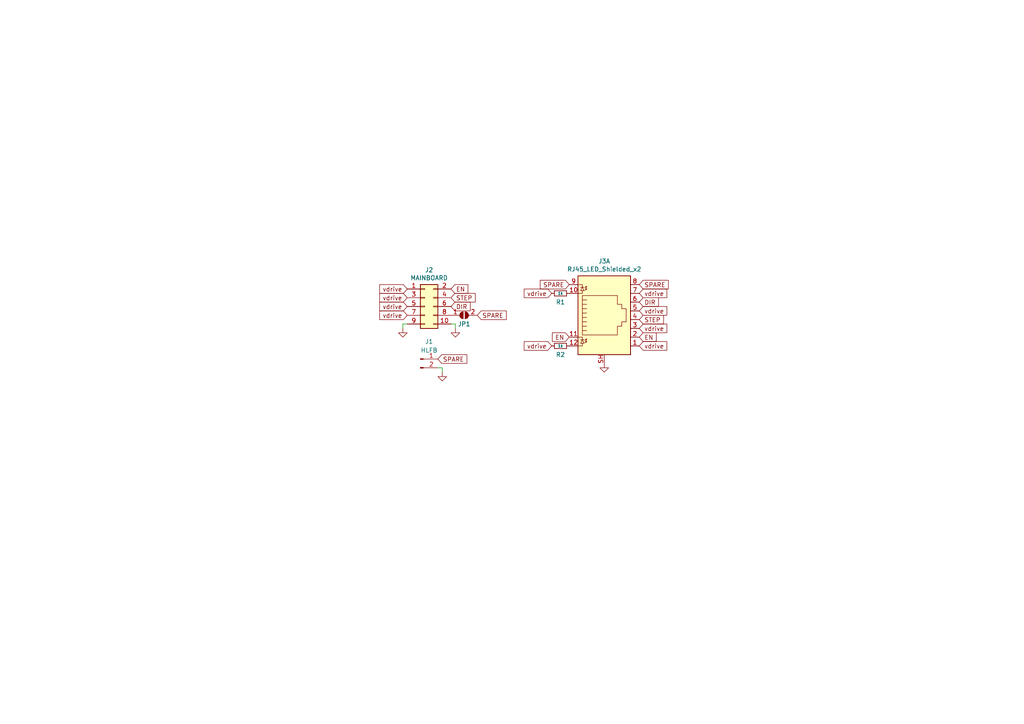
<source format=kicad_sch>
(kicad_sch (version 20230121) (generator eeschema)
  (paper "A4")
  (lib_symbols
    (symbol "Connector:Conn_01x02_Male" (pin_names (offset 1.016) hide)
      (property "Reference" "J" (at 0 2.54 0))
      (property "Value" "Connector_Conn_01x02_Male" (at 0 -5.08 0))
      (symbol "Conn_01x02_Male_1_1"
        (polyline (pts (xy 1.27 -2.54) (xy 0.8636 -2.54)) (stroke (width 0.1524)))
        (polyline (pts (xy 1.27 0) (xy 0.8636 0)) (stroke (width 0.1524)))
        (rectangle (start 0.8636 -2.413) (end 0 -2.667) (stroke (width 0.1524)) (fill (type outline)))
        (rectangle (start 0.8636 0.127) (end 0 -0.127) (stroke (width 0.1524)) (fill (type outline)))
        (pin passive line (at 5.08 0 180) (length 3.81) (name "Pin_1") (number "1"))
        (pin passive line (at 5.08 -2.54 180) (length 3.81) (name "Pin_2") (number "2"))
      )
    )
    (symbol "Connector:RJ45_LED_Shielded_x2"
      (property "Reference" "J" (at -5.08 13.97 0))
      (property "Value" "RJ45_LED_Shielded_x2" (at 1.27 13.97 0))
      (symbol "RJ45_LED_Shielded_x2_0_1"
        (polyline (pts (xy -7.62 -7.62) (xy -6.35 -7.62)))
        (polyline (pts (xy -7.62 -5.08) (xy -6.35 -5.08)))
        (polyline (pts (xy -7.62 7.62) (xy -6.35 7.62)))
        (polyline (pts (xy -7.62 10.16) (xy -6.35 10.16)))
        (polyline (pts (xy -6.858 -5.842) (xy -5.842 -5.842)))
        (polyline (pts (xy -6.858 9.398) (xy -5.842 9.398)))
        (polyline (pts (xy -6.35 -7.62) (xy -6.35 -6.858)))
        (polyline (pts (xy -6.35 -5.08) (xy -6.35 -5.842)))
        (polyline (pts (xy -6.35 7.62) (xy -6.35 8.382)))
        (polyline (pts (xy -6.35 10.16) (xy -6.35 9.398)))
        (polyline (pts (xy -5.08 -6.223) (xy -5.207 -6.604)))
        (polyline (pts (xy -5.08 -5.588) (xy -5.207 -5.969)))
        (polyline (pts (xy -5.08 4.445) (xy -6.35 4.445)))
        (polyline (pts (xy -5.08 5.715) (xy -6.35 5.715)))
        (polyline (pts (xy -5.08 9.017) (xy -5.207 8.636)))
        (polyline (pts (xy -5.08 9.652) (xy -5.207 9.271)))
        (polyline (pts (xy -6.35 -3.175) (xy -5.08 -3.175) (xy -5.08 -3.175)))
        (polyline (pts (xy -6.35 -1.905) (xy -5.08 -1.905) (xy -5.08 -1.905)))
        (polyline (pts (xy -6.35 -0.635) (xy -5.08 -0.635) (xy -5.08 -0.635)))
        (polyline (pts (xy -6.35 0.635) (xy -5.08 0.635) (xy -5.08 0.635)))
        (polyline (pts (xy -6.35 1.905) (xy -5.08 1.905) (xy -5.08 1.905)))
        (polyline (pts (xy -5.588 -6.731) (xy -5.08 -6.223) (xy -5.461 -6.35)))
        (polyline (pts (xy -5.588 -6.096) (xy -5.08 -5.588) (xy -5.461 -5.715)))
        (polyline (pts (xy -5.588 8.509) (xy -5.08 9.017) (xy -5.461 8.89)))
        (polyline (pts (xy -5.588 9.144) (xy -5.08 9.652) (xy -5.461 9.525)))
        (polyline (pts (xy -5.08 3.175) (xy -6.35 3.175) (xy -6.35 3.175)))
        (polyline (pts (xy -6.35 -5.842) (xy -6.858 -6.858) (xy -5.842 -6.858) (xy -6.35 -5.842)))
        (polyline (pts (xy -6.35 9.398) (xy -6.858 8.382) (xy -5.842 8.382) (xy -6.35 9.398)))
        (polyline (pts (xy -6.35 -4.445) (xy -6.35 6.985) (xy 3.81 6.985) (xy 3.81 4.445) (xy 5.08 4.445) (xy 5.08 3.175) (xy 6.35 3.175) (xy 6.35 -0.635) (xy 5.08 -0.635) (xy 5.08 -1.905) (xy 3.81 -1.905) (xy 3.81 -4.445) (xy -6.35 -4.445) (xy -6.35 -4.445)))
        (rectangle (start 7.62 12.7) (end -7.62 -10.16) (stroke (width 0.254)) (fill (type background)))
      )
      (symbol "RJ45_LED_Shielded_x2_1_1"
        (pin passive line (at 10.16 -7.62 180) (length 2.54) (name "~") (number "1"))
        (pin passive line (at -10.16 7.62 0) (length 2.54) (name "~") (number "10"))
        (pin passive line (at -10.16 -5.08 0) (length 2.54) (name "~") (number "11"))
        (pin passive line (at -10.16 -7.62 0) (length 2.54) (name "~") (number "12"))
        (pin passive line (at 10.16 -5.08 180) (length 2.54) (name "~") (number "2"))
        (pin passive line (at 10.16 -2.54 180) (length 2.54) (name "~") (number "3"))
        (pin passive line (at 10.16 0 180) (length 2.54) (name "~") (number "4"))
        (pin passive line (at 10.16 2.54 180) (length 2.54) (name "~") (number "5"))
        (pin passive line (at 10.16 5.08 180) (length 2.54) (name "~") (number "6"))
        (pin passive line (at 10.16 7.62 180) (length 2.54) (name "~") (number "7"))
        (pin passive line (at 10.16 10.16 180) (length 2.54) (name "~") (number "8"))
        (pin passive line (at -10.16 10.16 0) (length 2.54) (name "~") (number "9"))
        (pin passive line (at 0 -12.7 90) (length 2.54) (name "~") (number "SH"))
      )
      (symbol "RJ45_LED_Shielded_x2_2_1"
        (pin passive line (at 10.16 -7.62 180) (length 2.54) (name "~") (number "13"))
        (pin passive line (at 10.16 -5.08 180) (length 2.54) (name "~") (number "14"))
        (pin passive line (at 10.16 -2.54 180) (length 2.54) (name "~") (number "15"))
        (pin passive line (at 10.16 0 180) (length 2.54) (name "~") (number "16"))
        (pin passive line (at 10.16 2.54 180) (length 2.54) (name "~") (number "17"))
        (pin passive line (at 10.16 5.08 180) (length 2.54) (name "~") (number "18"))
        (pin passive line (at 10.16 7.62 180) (length 2.54) (name "~") (number "19"))
        (pin passive line (at 10.16 10.16 180) (length 2.54) (name "~") (number "20"))
        (pin passive line (at -10.16 10.16 0) (length 2.54) (name "~") (number "21"))
        (pin passive line (at -10.16 7.62 0) (length 2.54) (name "~") (number "22"))
        (pin passive line (at -10.16 -5.08 0) (length 2.54) (name "~") (number "23"))
        (pin passive line (at -10.16 -7.62 0) (length 2.54) (name "~") (number "24"))
        (pin passive line (at 0 -12.7 90) (length 2.54) (name "~") (number "SH"))
      )
    )
    (symbol "Connector_Generic:Conn_02x05_Odd_Even" (pin_names (offset 1.016) hide)
      (property "Reference" "J" (at 1.27 7.62 0))
      (property "Value" "Conn_02x05_Odd_Even" (at 1.27 -7.62 0))
      (symbol "Conn_02x05_Odd_Even_1_1"
        (rectangle (start -1.27 -4.953) (end 0 -5.207) (stroke (width 0.1524)))
        (rectangle (start -1.27 -2.413) (end 0 -2.667) (stroke (width 0.1524)))
        (rectangle (start -1.27 0.127) (end 0 -0.127) (stroke (width 0.1524)))
        (rectangle (start -1.27 2.667) (end 0 2.413) (stroke (width 0.1524)))
        (rectangle (start -1.27 5.207) (end 0 4.953) (stroke (width 0.1524)))
        (rectangle (start -1.27 6.35) (end 3.81 -6.35) (stroke (width 0.254)) (fill (type background)))
        (rectangle (start 3.81 -4.953) (end 2.54 -5.207) (stroke (width 0.1524)))
        (rectangle (start 3.81 -2.413) (end 2.54 -2.667) (stroke (width 0.1524)))
        (rectangle (start 3.81 0.127) (end 2.54 -0.127) (stroke (width 0.1524)))
        (rectangle (start 3.81 2.667) (end 2.54 2.413) (stroke (width 0.1524)))
        (rectangle (start 3.81 5.207) (end 2.54 4.953) (stroke (width 0.1524)))
        (pin passive line (at -5.08 5.08 0) (length 3.81) (name "Pin_1") (number "1"))
        (pin passive line (at 7.62 -5.08 180) (length 3.81) (name "Pin_10") (number "10"))
        (pin passive line (at 7.62 5.08 180) (length 3.81) (name "Pin_2") (number "2"))
        (pin passive line (at -5.08 2.54 0) (length 3.81) (name "Pin_3") (number "3"))
        (pin passive line (at 7.62 2.54 180) (length 3.81) (name "Pin_4") (number "4"))
        (pin passive line (at -5.08 0 0) (length 3.81) (name "Pin_5") (number "5"))
        (pin passive line (at 7.62 0 180) (length 3.81) (name "Pin_6") (number "6"))
        (pin passive line (at -5.08 -2.54 0) (length 3.81) (name "Pin_7") (number "7"))
        (pin passive line (at 7.62 -2.54 180) (length 3.81) (name "Pin_8") (number "8"))
        (pin passive line (at -5.08 -5.08 0) (length 3.81) (name "Pin_9") (number "9"))
      )
    )
    (symbol "Device:R_Small" (pin_numbers hide) (pin_names (offset 0.254) hide)
      (property "Reference" "R" (at 0.762 0.508 0))
      (property "Value" "R_Small" (at 0.762 -1.016 0))
      (symbol "R_Small_0_1"
        (rectangle (start -0.762 1.778) (end 0.762 -1.778) (stroke (width 0.2032)))
      )
      (symbol "R_Small_1_1"
        (pin passive line (at 0 2.54 270) (length 0.762) (name "~") (number "1"))
        (pin passive line (at 0 -2.54 90) (length 0.762) (name "~") (number "2"))
      )
    )
    (symbol "Jumper:SolderJumper_2_Open" (pin_names (offset 0) hide)
      (property "Reference" "JP" (at 0 2.032 0))
      (property "Value" "SolderJumper_2_Open" (at 0 -2.54 0))
      (symbol "SolderJumper_2_Open_0_1"
        (arc (start -0.254 1.016) (mid -1.2656 0) (end -0.254 -1.016))
        (arc (start -0.254 1.016) (mid -1.2656 0) (end -0.254 -1.016) (fill (type outline)))
        (polyline (pts (xy -0.254 1.016) (xy -0.254 -1.016)))
        (polyline (pts (xy 0.254 1.016) (xy 0.254 -1.016)))
        (arc (start 0.254 -1.016) (mid 1.2656 0) (end 0.254 1.016))
        (arc (start 0.254 -1.016) (mid 1.2656 0) (end 0.254 1.016) (fill (type outline)))
      )
      (symbol "SolderJumper_2_Open_1_1"
        (pin passive line (at -3.81 0 0) (length 2.54) (name "A") (number "1"))
        (pin passive line (at 3.81 0 180) (length 2.54) (name "B") (number "2"))
      )
    )
    (symbol "power:GND" (power) (pin_names (offset 0))
      (property "Value" "GND" (at 0 -3.81 0))
      (symbol "GND_0_1"
        (polyline (pts (xy 0 0) (xy 0 -1.27) (xy 1.27 -1.27) (xy 0 -2.54) (xy -1.27 -1.27) (xy 0 -1.27)))
      )
      (symbol "GND_1_1"
        (pin power_in line (at 0 0 270) (length 0) hide (name "GND") (number "1"))
      )
    )
  )
  (wire (pts (xy 128.27 106.68) (xy 128.27 107.95)))
  (wire (pts (xy 116.84 95.25) (xy 116.84 93.98)))
  (wire (pts (xy 132.08 93.98) (xy 130.81 93.98)))
  (wire (pts (xy 116.84 93.98) (xy 118.11 93.98)))
  (wire (pts (xy 127 106.68) (xy 128.27 106.68)))
  (wire (pts (xy 132.08 95.25) (xy 132.08 93.98)))
  (global_label "EN" (shape input) (at 130.81 83.82 0) (property "Intersheetrefs" "${INTERSHEET_REFS}" (effects hide)))
  (global_label "SPARE" (shape input) (at 138.43 91.44 0) (property "Intersheetrefs" "${INTERSHEET_REFS}" (effects hide)))
  (global_label "vdrive" (shape input) (at 118.11 91.44 180) (property "Intersheetrefs" "${INTERSHEET_REFS}" (effects hide)))
  (global_label "DIR" (shape input) (at 185.42 87.63 0) (property "Intersheetrefs" "${INTERSHEET_REFS}" (effects hide)))
  (global_label "vdrive" (shape input) (at 185.42 85.09 0) (property "Intersheetrefs" "${INTERSHEET_REFS}" (effects hide)))
  (global_label "EN" (shape input) (at 185.42 97.79 0) (property "Intersheetrefs" "${INTERSHEET_REFS}" (effects hide)))
  (global_label "STEP" (shape input) (at 185.42 92.71 0) (property "Intersheetrefs" "${INTERSHEET_REFS}" (effects hide)))
  (global_label "SPARE" (shape input) (at 165.1 82.55 180) (property "Intersheetrefs" "${INTERSHEET_REFS}" (effects hide)))
  (global_label "SPARE" (shape input) (at 185.42 82.55 0) (property "Intersheetrefs" "${INTERSHEET_REFS}" (effects hide)))
  (global_label "SPARE" (shape input) (at 127 104.14 0) (property "Intersheetrefs" "${INTERSHEET_REFS}" (effects hide)))
  (global_label "EN" (shape input) (at 165.1 97.79 180) (property "Intersheetrefs" "${INTERSHEET_REFS}" (effects hide)))
  (global_label "STEP" (shape input) (at 130.81 86.36 0) (property "Intersheetrefs" "${INTERSHEET_REFS}" (effects hide)))
  (global_label "vdrive" (shape input) (at 160.02 85.09 180) (property "Intersheetrefs" "${INTERSHEET_REFS}" (effects hide)))
  (global_label "vdrive" (shape input) (at 118.11 86.36 180) (property "Intersheetrefs" "${INTERSHEET_REFS}" (effects hide)))
  (global_label "vdrive" (shape input) (at 185.42 90.17 0) (property "Intersheetrefs" "${INTERSHEET_REFS}" (effects hide)))
  (global_label "vdrive" (shape input) (at 160.02 100.33 180) (property "Intersheetrefs" "${INTERSHEET_REFS}" (effects hide)))
  (global_label "vdrive" (shape input) (at 118.11 83.82 180) (property "Intersheetrefs" "${INTERSHEET_REFS}" (effects hide)))
  (global_label "DIR" (shape input) (at 130.81 88.9 0) (property "Intersheetrefs" "${INTERSHEET_REFS}" (effects hide)))
  (global_label "vdrive" (shape input) (at 185.42 95.25 0) (property "Intersheetrefs" "${INTERSHEET_REFS}" (effects hide)))
  (global_label "vdrive" (shape input) (at 118.11 88.9 180) (property "Intersheetrefs" "${INTERSHEET_REFS}" (effects hide)))
  (global_label "vdrive" (shape input) (at 185.42 100.33 0) (property "Intersheetrefs" "${INTERSHEET_REFS}" (effects hide)))
  (symbol (lib_id "Connector_Generic:Conn_02x05_Odd_Even") (at 123.19 88.9 0) (unit 1)
    (property "Reference" "J2" (at 124.46 78.3082 0))
    (property "Value" "MAINBOARD" (at 124.46 80.6196 0))
    (property "Footprint" "Connector_PinHeader_2.54mm:PinHeader_2x05_P2.54mm_Horizontal" (effects hide))
  )
  (symbol (lib_id "power:GND") (at 116.84 95.25 0) (unit 1)
    (property "Reference" "#PWR0101" (effects hide))
    (property "Value" "GND" (effects hide))
  )
  (symbol (lib_id "power:GND") (at 132.08 95.25 0) (unit 1)
    (property "Reference" "#PWR0102" (effects hide))
    (property "Value" "GND" (effects hide))
  )
  (symbol (lib_id "Connector:RJ45_LED_Shielded_x2") (at 175.26 92.71 0) (unit 1)
    (property "Reference" "J3" (at 175.26 75.7682 0))
    (property "Value" "RJ45_LED_Shielded_x2" (at 175.26 78.0796 0))
    (property "Footprint" "Connector_RJ:RJ45_Amphenol_RJHSE538X" (effects hide))
  )
  (symbol (lib_id "power:GND") (at 175.26 105.41 0) (unit 1)
    (property "Reference" "#PWR0103" (effects hide))
    (property "Value" "GND" (effects hide))
  )
  (symbol (lib_id "Device:R_Small") (at 162.56 85.09 270) (unit 1)
    (property "Reference" "R1" (at 162.56 87.63 90))
    (property "Value" "1k" (at 162.56 85.09 90) (effects (font (size 0.7874 0.7874))))
    (property "Footprint" "Resistor_SMD:R_0603_1608Metric" (effects hide))
  )
  (symbol (lib_id "Device:R_Small") (at 162.56 100.33 270) (unit 1)
    (property "Reference" "R2" (at 162.56 102.87 90))
    (property "Value" "1k" (at 162.56 100.33 90) (effects (font (size 0.7874 0.7874))))
    (property "Footprint" "Resistor_SMD:R_0603_1608Metric" (effects hide))
  )
  (symbol (lib_id "Jumper:SolderJumper_2_Open") (at 134.62 91.44 0) (unit 1)
    (property "Reference" "JP1" (at 134.62 93.98 0))
    (property "Value" "SolderJumper_2_Open" (effects hide))
    (property "Footprint" "Jumper:SolderJumper-2_P1.3mm_Open_TrianglePad1.0x1.5mm" (effects hide))
  )
  (symbol (lib_id "Connector:Conn_01x02_Male") (at 121.92 104.14 0) (unit 1)
    (property "Reference" "J1" (at 124.46 99.06 0))
    (property "Value" "HLFB" (at 124.46 101.6 0))
    (property "Footprint" "Connector_PinHeader_2.54mm:PinHeader_1x02_P2.54mm_Vertical" (effects hide))
  )
  (symbol (lib_id "power:GND") (at 128.27 107.95 0) (unit 1)
    (property "Reference" "#PWR0104" (effects hide))
    (property "Value" "GND" (effects hide))
  )
)
</source>
